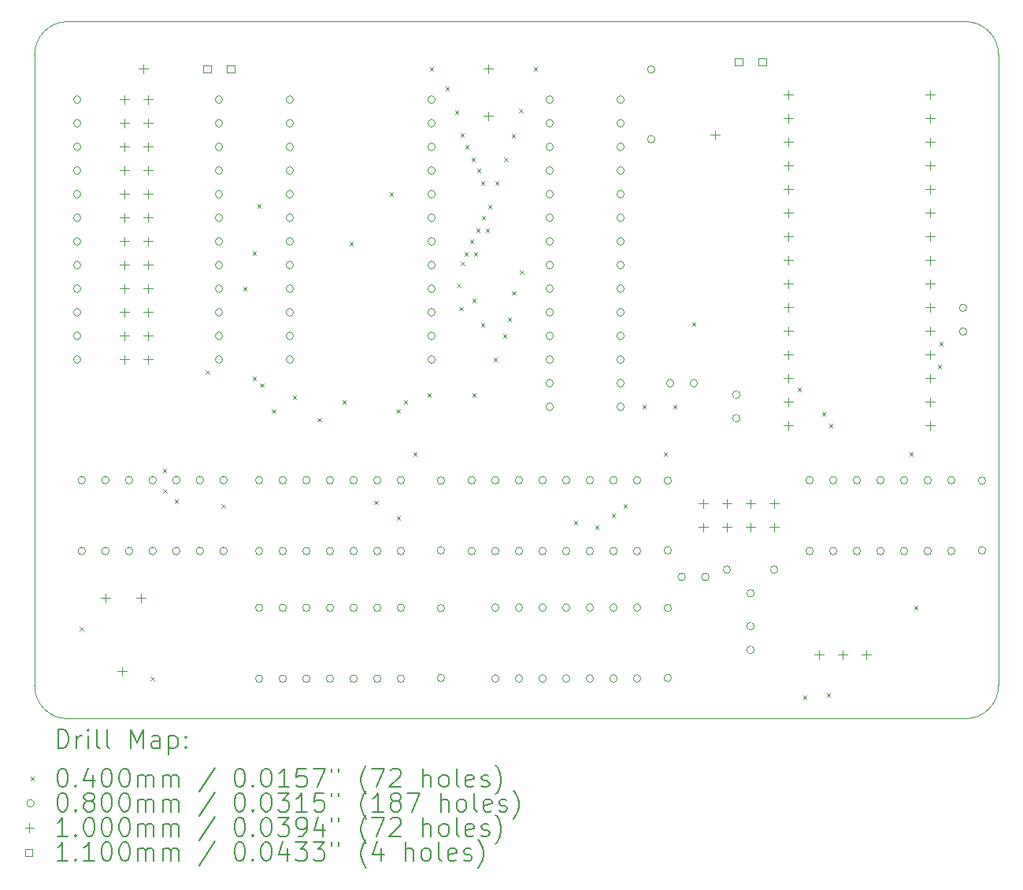
<source format=gbr>
%FSLAX45Y45*%
G04 Gerber Fmt 4.5, Leading zero omitted, Abs format (unit mm)*
G04 Created by KiCad (PCBNEW (6.0.0)) date 2022-11-09 00:09:47*
%MOMM*%
%LPD*%
G01*
G04 APERTURE LIST*
%TA.AperFunction,Profile*%
%ADD10C,0.100000*%
%TD*%
%ADD11C,0.200000*%
%ADD12C,0.040000*%
%ADD13C,0.080000*%
%ADD14C,0.100000*%
%ADD15C,0.110000*%
G04 APERTURE END LIST*
D10*
X8458200Y-9728200D02*
X8458200Y-9906000D01*
X18465800Y-16865600D02*
G75*
G03*
X18821400Y-16510000I0J355600D01*
G01*
X8458200Y-12344400D02*
X8458200Y-14681200D01*
X18465800Y-16865600D02*
X9855200Y-16865600D01*
X17805400Y-9372600D02*
X18465800Y-9372600D01*
X8458200Y-16510000D02*
X8458200Y-14681200D01*
X8813800Y-16865600D02*
X9855200Y-16865600D01*
X8813800Y-9372600D02*
X17805400Y-9372600D01*
X18821400Y-16510000D02*
X18821400Y-9728200D01*
X18821400Y-9728200D02*
G75*
G03*
X18465800Y-9372600I-355600J0D01*
G01*
X8813800Y-9372600D02*
G75*
G03*
X8458200Y-9728200I0J-355600D01*
G01*
X8458200Y-12344400D02*
X8458200Y-9906000D01*
X8458200Y-16510000D02*
G75*
G03*
X8813800Y-16865600I355600J0D01*
G01*
D11*
D12*
X8944700Y-15878900D02*
X8984700Y-15918900D01*
X8984700Y-15878900D02*
X8944700Y-15918900D01*
X9706700Y-16412300D02*
X9746700Y-16452300D01*
X9746700Y-16412300D02*
X9706700Y-16452300D01*
X9835200Y-14178600D02*
X9875200Y-14218600D01*
X9875200Y-14178600D02*
X9835200Y-14218600D01*
X9841249Y-14401151D02*
X9881249Y-14441151D01*
X9881249Y-14401151D02*
X9841249Y-14441151D01*
X9962200Y-14508800D02*
X10002200Y-14548800D01*
X10002200Y-14508800D02*
X9962200Y-14548800D01*
X10299449Y-13118849D02*
X10339449Y-13158849D01*
X10339449Y-13118849D02*
X10299449Y-13158849D01*
X10468700Y-14558100D02*
X10508700Y-14598100D01*
X10508700Y-14558100D02*
X10468700Y-14598100D01*
X10698800Y-12222800D02*
X10738800Y-12262800D01*
X10738800Y-12222800D02*
X10698800Y-12262800D01*
X10800400Y-11841800D02*
X10840400Y-11881800D01*
X10840400Y-11841800D02*
X10800400Y-11881800D01*
X10800400Y-13188000D02*
X10840400Y-13228000D01*
X10840400Y-13188000D02*
X10800400Y-13228000D01*
X10851200Y-11333800D02*
X10891200Y-11373800D01*
X10891200Y-11333800D02*
X10851200Y-11373800D01*
X10880351Y-13260449D02*
X10920351Y-13300449D01*
X10920351Y-13260449D02*
X10880351Y-13300449D01*
X11007351Y-13539849D02*
X11047351Y-13579849D01*
X11047351Y-13539849D02*
X11007351Y-13579849D01*
X11232200Y-13391200D02*
X11272200Y-13431200D01*
X11272200Y-13391200D02*
X11232200Y-13431200D01*
X11498900Y-13632500D02*
X11538900Y-13672500D01*
X11538900Y-13632500D02*
X11498900Y-13672500D01*
X11765600Y-13442000D02*
X11805600Y-13482000D01*
X11805600Y-13442000D02*
X11765600Y-13482000D01*
X11841800Y-11740200D02*
X11881800Y-11780200D01*
X11881800Y-11740200D02*
X11841800Y-11780200D01*
X12108055Y-14521055D02*
X12148055Y-14561055D01*
X12148055Y-14521055D02*
X12108055Y-14561055D01*
X12273600Y-11206800D02*
X12313600Y-11246800D01*
X12313600Y-11206800D02*
X12273600Y-11246800D01*
X12346049Y-13539849D02*
X12386049Y-13579849D01*
X12386049Y-13539849D02*
X12346049Y-13579849D01*
X12349800Y-14686600D02*
X12389800Y-14726600D01*
X12389800Y-14686600D02*
X12349800Y-14726600D01*
X12426000Y-13442000D02*
X12466000Y-13482000D01*
X12466000Y-13442000D02*
X12426000Y-13482000D01*
X12527600Y-14000800D02*
X12567600Y-14040800D01*
X12567600Y-14000800D02*
X12527600Y-14040800D01*
X12680000Y-13365800D02*
X12720000Y-13405800D01*
X12720000Y-13365800D02*
X12680000Y-13405800D01*
X12705400Y-9860600D02*
X12745400Y-9900600D01*
X12745400Y-9860600D02*
X12705400Y-9900600D01*
X12876151Y-10070849D02*
X12916151Y-10110849D01*
X12916151Y-10070849D02*
X12876151Y-10110849D01*
X12977751Y-10324849D02*
X13017751Y-10364849D01*
X13017751Y-10324849D02*
X12977751Y-10364849D01*
X12994960Y-12187240D02*
X13034960Y-12227240D01*
X13034960Y-12187240D02*
X12994960Y-12227240D01*
X13022900Y-12438700D02*
X13062900Y-12478700D01*
X13062900Y-12438700D02*
X13022900Y-12478700D01*
X13035600Y-10571800D02*
X13075600Y-10611800D01*
X13075600Y-10571800D02*
X13035600Y-10611800D01*
X13041950Y-11954830D02*
X13081950Y-11994830D01*
X13081950Y-11954830D02*
X13041950Y-11994830D01*
X13079351Y-11848849D02*
X13119351Y-11888849D01*
X13119351Y-11848849D02*
X13079351Y-11888849D01*
X13086400Y-10698800D02*
X13126400Y-10738800D01*
X13126400Y-10698800D02*
X13086400Y-10738800D01*
X13137200Y-11714800D02*
X13177200Y-11754800D01*
X13177200Y-11714800D02*
X13137200Y-11754800D01*
X13155551Y-10832849D02*
X13195551Y-10872849D01*
X13195551Y-10832849D02*
X13155551Y-10872849D01*
X13162600Y-12349800D02*
X13202600Y-12389800D01*
X13202600Y-12349800D02*
X13162600Y-12389800D01*
X13162600Y-13365800D02*
X13202600Y-13405800D01*
X13202600Y-13365800D02*
X13162600Y-13405800D01*
X13180951Y-11848849D02*
X13220951Y-11888849D01*
X13220951Y-11848849D02*
X13180951Y-11888849D01*
X13206351Y-11594849D02*
X13246351Y-11634849D01*
X13246351Y-11594849D02*
X13206351Y-11634849D01*
X13213400Y-10952800D02*
X13253400Y-10992800D01*
X13253400Y-10952800D02*
X13213400Y-10992800D01*
X13257151Y-11086849D02*
X13297151Y-11126849D01*
X13297151Y-11086849D02*
X13257151Y-11126849D01*
X13257151Y-12610849D02*
X13297151Y-12650849D01*
X13297151Y-12610849D02*
X13257151Y-12650849D01*
X13264200Y-11460800D02*
X13304200Y-11500800D01*
X13304200Y-11460800D02*
X13264200Y-11500800D01*
X13307951Y-11594849D02*
X13347951Y-11634849D01*
X13347951Y-11594849D02*
X13307951Y-11634849D01*
X13333351Y-11340849D02*
X13373351Y-11380849D01*
X13373351Y-11340849D02*
X13333351Y-11380849D01*
X13391200Y-12984800D02*
X13431200Y-13024800D01*
X13431200Y-12984800D02*
X13391200Y-13024800D01*
X13409551Y-11086849D02*
X13449551Y-11126849D01*
X13449551Y-11086849D02*
X13409551Y-11126849D01*
X13492800Y-12730800D02*
X13532800Y-12770800D01*
X13532800Y-12730800D02*
X13492800Y-12770800D01*
X13507806Y-10836194D02*
X13547806Y-10876194D01*
X13547806Y-10836194D02*
X13507806Y-10876194D01*
X13543600Y-12553000D02*
X13583600Y-12593000D01*
X13583600Y-12553000D02*
X13543600Y-12593000D01*
X13587351Y-10578849D02*
X13627351Y-10618849D01*
X13627351Y-10578849D02*
X13587351Y-10618849D01*
X13590531Y-12269849D02*
X13630531Y-12309849D01*
X13630531Y-12269849D02*
X13590531Y-12309849D01*
X13667489Y-10310751D02*
X13707489Y-10350751D01*
X13707489Y-10310751D02*
X13667489Y-10350751D01*
X13677783Y-12042897D02*
X13717783Y-12082897D01*
X13717783Y-12042897D02*
X13677783Y-12082897D01*
X13823000Y-9860600D02*
X13863000Y-9900600D01*
X13863000Y-9860600D02*
X13823000Y-9900600D01*
X14254800Y-14737400D02*
X14294800Y-14777400D01*
X14294800Y-14737400D02*
X14254800Y-14777400D01*
X14483400Y-14788200D02*
X14523400Y-14828200D01*
X14523400Y-14788200D02*
X14483400Y-14828200D01*
X14661200Y-14661200D02*
X14701200Y-14701200D01*
X14701200Y-14661200D02*
X14661200Y-14701200D01*
X14788200Y-14559600D02*
X14828200Y-14599600D01*
X14828200Y-14559600D02*
X14788200Y-14599600D01*
X14991400Y-13492800D02*
X15031400Y-13532800D01*
X15031400Y-13492800D02*
X14991400Y-13532800D01*
X15220000Y-14000800D02*
X15260000Y-14040800D01*
X15260000Y-14000800D02*
X15220000Y-14040800D01*
X15321600Y-13492800D02*
X15361600Y-13532800D01*
X15361600Y-13492800D02*
X15321600Y-13532800D01*
X15524800Y-12603800D02*
X15564800Y-12643800D01*
X15564800Y-12603800D02*
X15524800Y-12643800D01*
X16660751Y-13307951D02*
X16700751Y-13347951D01*
X16700751Y-13307951D02*
X16660751Y-13347951D01*
X16718600Y-16617000D02*
X16758600Y-16657000D01*
X16758600Y-16617000D02*
X16718600Y-16657000D01*
X16921800Y-13569000D02*
X16961800Y-13609000D01*
X16961800Y-13569000D02*
X16921800Y-13609000D01*
X16972600Y-16591600D02*
X17012600Y-16631600D01*
X17012600Y-16591600D02*
X16972600Y-16631600D01*
X16998000Y-13696000D02*
X17038000Y-13736000D01*
X17038000Y-13696000D02*
X16998000Y-13736000D01*
X17861600Y-14000800D02*
X17901600Y-14040800D01*
X17901600Y-14000800D02*
X17861600Y-14040800D01*
X17912400Y-15651800D02*
X17952400Y-15691800D01*
X17952400Y-15651800D02*
X17912400Y-15691800D01*
X18166400Y-13061000D02*
X18206400Y-13101000D01*
X18206400Y-13061000D02*
X18166400Y-13101000D01*
X18184751Y-12814049D02*
X18224751Y-12854049D01*
X18224751Y-12814049D02*
X18184751Y-12854049D01*
D13*
X8955400Y-10210800D02*
G75*
G03*
X8955400Y-10210800I-40000J0D01*
G01*
X8955400Y-10464800D02*
G75*
G03*
X8955400Y-10464800I-40000J0D01*
G01*
X8955400Y-10718800D02*
G75*
G03*
X8955400Y-10718800I-40000J0D01*
G01*
X8955400Y-10972800D02*
G75*
G03*
X8955400Y-10972800I-40000J0D01*
G01*
X8955400Y-11226800D02*
G75*
G03*
X8955400Y-11226800I-40000J0D01*
G01*
X8955400Y-11480800D02*
G75*
G03*
X8955400Y-11480800I-40000J0D01*
G01*
X8955400Y-11734800D02*
G75*
G03*
X8955400Y-11734800I-40000J0D01*
G01*
X8955400Y-11988800D02*
G75*
G03*
X8955400Y-11988800I-40000J0D01*
G01*
X8955400Y-12242800D02*
G75*
G03*
X8955400Y-12242800I-40000J0D01*
G01*
X8955400Y-12496800D02*
G75*
G03*
X8955400Y-12496800I-40000J0D01*
G01*
X8955400Y-12750800D02*
G75*
G03*
X8955400Y-12750800I-40000J0D01*
G01*
X8955400Y-13004800D02*
G75*
G03*
X8955400Y-13004800I-40000J0D01*
G01*
X9004700Y-14301200D02*
G75*
G03*
X9004700Y-14301200I-40000J0D01*
G01*
X9004700Y-15063200D02*
G75*
G03*
X9004700Y-15063200I-40000J0D01*
G01*
X9258700Y-14301200D02*
G75*
G03*
X9258700Y-14301200I-40000J0D01*
G01*
X9258700Y-15063200D02*
G75*
G03*
X9258700Y-15063200I-40000J0D01*
G01*
X9512700Y-14301200D02*
G75*
G03*
X9512700Y-14301200I-40000J0D01*
G01*
X9512700Y-15063200D02*
G75*
G03*
X9512700Y-15063200I-40000J0D01*
G01*
X9766700Y-14301200D02*
G75*
G03*
X9766700Y-14301200I-40000J0D01*
G01*
X9766700Y-15063200D02*
G75*
G03*
X9766700Y-15063200I-40000J0D01*
G01*
X10020700Y-14301200D02*
G75*
G03*
X10020700Y-14301200I-40000J0D01*
G01*
X10020700Y-15063200D02*
G75*
G03*
X10020700Y-15063200I-40000J0D01*
G01*
X10274700Y-14301200D02*
G75*
G03*
X10274700Y-14301200I-40000J0D01*
G01*
X10274700Y-15063200D02*
G75*
G03*
X10274700Y-15063200I-40000J0D01*
G01*
X10479400Y-10210800D02*
G75*
G03*
X10479400Y-10210800I-40000J0D01*
G01*
X10479400Y-10464800D02*
G75*
G03*
X10479400Y-10464800I-40000J0D01*
G01*
X10479400Y-10718800D02*
G75*
G03*
X10479400Y-10718800I-40000J0D01*
G01*
X10479400Y-10972800D02*
G75*
G03*
X10479400Y-10972800I-40000J0D01*
G01*
X10479400Y-11226800D02*
G75*
G03*
X10479400Y-11226800I-40000J0D01*
G01*
X10479400Y-11480800D02*
G75*
G03*
X10479400Y-11480800I-40000J0D01*
G01*
X10479400Y-11734800D02*
G75*
G03*
X10479400Y-11734800I-40000J0D01*
G01*
X10479400Y-11988800D02*
G75*
G03*
X10479400Y-11988800I-40000J0D01*
G01*
X10479400Y-12242800D02*
G75*
G03*
X10479400Y-12242800I-40000J0D01*
G01*
X10479400Y-12496800D02*
G75*
G03*
X10479400Y-12496800I-40000J0D01*
G01*
X10479400Y-12750800D02*
G75*
G03*
X10479400Y-12750800I-40000J0D01*
G01*
X10479400Y-13004800D02*
G75*
G03*
X10479400Y-13004800I-40000J0D01*
G01*
X10528700Y-14301200D02*
G75*
G03*
X10528700Y-14301200I-40000J0D01*
G01*
X10528700Y-15063200D02*
G75*
G03*
X10528700Y-15063200I-40000J0D01*
G01*
X10911700Y-14301200D02*
G75*
G03*
X10911700Y-14301200I-40000J0D01*
G01*
X10911700Y-15063200D02*
G75*
G03*
X10911700Y-15063200I-40000J0D01*
G01*
X10911700Y-15672800D02*
G75*
G03*
X10911700Y-15672800I-40000J0D01*
G01*
X10911700Y-16434800D02*
G75*
G03*
X10911700Y-16434800I-40000J0D01*
G01*
X11165700Y-14301200D02*
G75*
G03*
X11165700Y-14301200I-40000J0D01*
G01*
X11165700Y-15063200D02*
G75*
G03*
X11165700Y-15063200I-40000J0D01*
G01*
X11165700Y-15672800D02*
G75*
G03*
X11165700Y-15672800I-40000J0D01*
G01*
X11165700Y-16434800D02*
G75*
G03*
X11165700Y-16434800I-40000J0D01*
G01*
X11241400Y-10210800D02*
G75*
G03*
X11241400Y-10210800I-40000J0D01*
G01*
X11241400Y-10464800D02*
G75*
G03*
X11241400Y-10464800I-40000J0D01*
G01*
X11241400Y-10718800D02*
G75*
G03*
X11241400Y-10718800I-40000J0D01*
G01*
X11241400Y-10972800D02*
G75*
G03*
X11241400Y-10972800I-40000J0D01*
G01*
X11241400Y-11226800D02*
G75*
G03*
X11241400Y-11226800I-40000J0D01*
G01*
X11241400Y-11480800D02*
G75*
G03*
X11241400Y-11480800I-40000J0D01*
G01*
X11241400Y-11734800D02*
G75*
G03*
X11241400Y-11734800I-40000J0D01*
G01*
X11241400Y-11988800D02*
G75*
G03*
X11241400Y-11988800I-40000J0D01*
G01*
X11241400Y-12242800D02*
G75*
G03*
X11241400Y-12242800I-40000J0D01*
G01*
X11241400Y-12496800D02*
G75*
G03*
X11241400Y-12496800I-40000J0D01*
G01*
X11241400Y-12750800D02*
G75*
G03*
X11241400Y-12750800I-40000J0D01*
G01*
X11241400Y-13004800D02*
G75*
G03*
X11241400Y-13004800I-40000J0D01*
G01*
X11419700Y-14301200D02*
G75*
G03*
X11419700Y-14301200I-40000J0D01*
G01*
X11419700Y-15063200D02*
G75*
G03*
X11419700Y-15063200I-40000J0D01*
G01*
X11419700Y-15672800D02*
G75*
G03*
X11419700Y-15672800I-40000J0D01*
G01*
X11419700Y-16434800D02*
G75*
G03*
X11419700Y-16434800I-40000J0D01*
G01*
X11673700Y-14301200D02*
G75*
G03*
X11673700Y-14301200I-40000J0D01*
G01*
X11673700Y-15063200D02*
G75*
G03*
X11673700Y-15063200I-40000J0D01*
G01*
X11673700Y-15672800D02*
G75*
G03*
X11673700Y-15672800I-40000J0D01*
G01*
X11673700Y-16434800D02*
G75*
G03*
X11673700Y-16434800I-40000J0D01*
G01*
X11927700Y-14301200D02*
G75*
G03*
X11927700Y-14301200I-40000J0D01*
G01*
X11927700Y-15063200D02*
G75*
G03*
X11927700Y-15063200I-40000J0D01*
G01*
X11927700Y-15672800D02*
G75*
G03*
X11927700Y-15672800I-40000J0D01*
G01*
X11927700Y-16434800D02*
G75*
G03*
X11927700Y-16434800I-40000J0D01*
G01*
X12181700Y-14301200D02*
G75*
G03*
X12181700Y-14301200I-40000J0D01*
G01*
X12181700Y-15063200D02*
G75*
G03*
X12181700Y-15063200I-40000J0D01*
G01*
X12181700Y-15672800D02*
G75*
G03*
X12181700Y-15672800I-40000J0D01*
G01*
X12181700Y-16434800D02*
G75*
G03*
X12181700Y-16434800I-40000J0D01*
G01*
X12435700Y-14301200D02*
G75*
G03*
X12435700Y-14301200I-40000J0D01*
G01*
X12435700Y-15063200D02*
G75*
G03*
X12435700Y-15063200I-40000J0D01*
G01*
X12435700Y-15672800D02*
G75*
G03*
X12435700Y-15672800I-40000J0D01*
G01*
X12435700Y-16434800D02*
G75*
G03*
X12435700Y-16434800I-40000J0D01*
G01*
X12765400Y-10210800D02*
G75*
G03*
X12765400Y-10210800I-40000J0D01*
G01*
X12765400Y-10464800D02*
G75*
G03*
X12765400Y-10464800I-40000J0D01*
G01*
X12765400Y-10718800D02*
G75*
G03*
X12765400Y-10718800I-40000J0D01*
G01*
X12765400Y-10972800D02*
G75*
G03*
X12765400Y-10972800I-40000J0D01*
G01*
X12765400Y-11226800D02*
G75*
G03*
X12765400Y-11226800I-40000J0D01*
G01*
X12765400Y-11480800D02*
G75*
G03*
X12765400Y-11480800I-40000J0D01*
G01*
X12765400Y-11734800D02*
G75*
G03*
X12765400Y-11734800I-40000J0D01*
G01*
X12765400Y-11988800D02*
G75*
G03*
X12765400Y-11988800I-40000J0D01*
G01*
X12765400Y-12242800D02*
G75*
G03*
X12765400Y-12242800I-40000J0D01*
G01*
X12765400Y-12496800D02*
G75*
G03*
X12765400Y-12496800I-40000J0D01*
G01*
X12765400Y-12750800D02*
G75*
G03*
X12765400Y-12750800I-40000J0D01*
G01*
X12765400Y-13004800D02*
G75*
G03*
X12765400Y-13004800I-40000J0D01*
G01*
X12867000Y-14306200D02*
G75*
G03*
X12867000Y-14306200I-40000J0D01*
G01*
X12867000Y-15056200D02*
G75*
G03*
X12867000Y-15056200I-40000J0D01*
G01*
X12867000Y-15677800D02*
G75*
G03*
X12867000Y-15677800I-40000J0D01*
G01*
X12867000Y-16427800D02*
G75*
G03*
X12867000Y-16427800I-40000J0D01*
G01*
X13197200Y-14301200D02*
G75*
G03*
X13197200Y-14301200I-40000J0D01*
G01*
X13197200Y-15063200D02*
G75*
G03*
X13197200Y-15063200I-40000J0D01*
G01*
X13451200Y-14301200D02*
G75*
G03*
X13451200Y-14301200I-40000J0D01*
G01*
X13451200Y-15063200D02*
G75*
G03*
X13451200Y-15063200I-40000J0D01*
G01*
X13451200Y-15671800D02*
G75*
G03*
X13451200Y-15671800I-40000J0D01*
G01*
X13451200Y-16433800D02*
G75*
G03*
X13451200Y-16433800I-40000J0D01*
G01*
X13705200Y-14301200D02*
G75*
G03*
X13705200Y-14301200I-40000J0D01*
G01*
X13705200Y-15063200D02*
G75*
G03*
X13705200Y-15063200I-40000J0D01*
G01*
X13705200Y-15671800D02*
G75*
G03*
X13705200Y-15671800I-40000J0D01*
G01*
X13705200Y-16433800D02*
G75*
G03*
X13705200Y-16433800I-40000J0D01*
G01*
X13959200Y-14301200D02*
G75*
G03*
X13959200Y-14301200I-40000J0D01*
G01*
X13959200Y-15063200D02*
G75*
G03*
X13959200Y-15063200I-40000J0D01*
G01*
X13959200Y-15671800D02*
G75*
G03*
X13959200Y-15671800I-40000J0D01*
G01*
X13959200Y-16433800D02*
G75*
G03*
X13959200Y-16433800I-40000J0D01*
G01*
X14035400Y-10210800D02*
G75*
G03*
X14035400Y-10210800I-40000J0D01*
G01*
X14035400Y-10464800D02*
G75*
G03*
X14035400Y-10464800I-40000J0D01*
G01*
X14035400Y-10718800D02*
G75*
G03*
X14035400Y-10718800I-40000J0D01*
G01*
X14035400Y-10972800D02*
G75*
G03*
X14035400Y-10972800I-40000J0D01*
G01*
X14035400Y-11226800D02*
G75*
G03*
X14035400Y-11226800I-40000J0D01*
G01*
X14035400Y-11480800D02*
G75*
G03*
X14035400Y-11480800I-40000J0D01*
G01*
X14035400Y-11734800D02*
G75*
G03*
X14035400Y-11734800I-40000J0D01*
G01*
X14035400Y-11988800D02*
G75*
G03*
X14035400Y-11988800I-40000J0D01*
G01*
X14035400Y-12242800D02*
G75*
G03*
X14035400Y-12242800I-40000J0D01*
G01*
X14035400Y-12496800D02*
G75*
G03*
X14035400Y-12496800I-40000J0D01*
G01*
X14035400Y-12750800D02*
G75*
G03*
X14035400Y-12750800I-40000J0D01*
G01*
X14035400Y-13004800D02*
G75*
G03*
X14035400Y-13004800I-40000J0D01*
G01*
X14035400Y-13258800D02*
G75*
G03*
X14035400Y-13258800I-40000J0D01*
G01*
X14035400Y-13512800D02*
G75*
G03*
X14035400Y-13512800I-40000J0D01*
G01*
X14213200Y-14301200D02*
G75*
G03*
X14213200Y-14301200I-40000J0D01*
G01*
X14213200Y-15063200D02*
G75*
G03*
X14213200Y-15063200I-40000J0D01*
G01*
X14213200Y-15671800D02*
G75*
G03*
X14213200Y-15671800I-40000J0D01*
G01*
X14213200Y-16433800D02*
G75*
G03*
X14213200Y-16433800I-40000J0D01*
G01*
X14467200Y-14301200D02*
G75*
G03*
X14467200Y-14301200I-40000J0D01*
G01*
X14467200Y-15063200D02*
G75*
G03*
X14467200Y-15063200I-40000J0D01*
G01*
X14467200Y-15671800D02*
G75*
G03*
X14467200Y-15671800I-40000J0D01*
G01*
X14467200Y-16433800D02*
G75*
G03*
X14467200Y-16433800I-40000J0D01*
G01*
X14721200Y-14301200D02*
G75*
G03*
X14721200Y-14301200I-40000J0D01*
G01*
X14721200Y-15063200D02*
G75*
G03*
X14721200Y-15063200I-40000J0D01*
G01*
X14721200Y-15671800D02*
G75*
G03*
X14721200Y-15671800I-40000J0D01*
G01*
X14721200Y-16433800D02*
G75*
G03*
X14721200Y-16433800I-40000J0D01*
G01*
X14797400Y-10210800D02*
G75*
G03*
X14797400Y-10210800I-40000J0D01*
G01*
X14797400Y-10464800D02*
G75*
G03*
X14797400Y-10464800I-40000J0D01*
G01*
X14797400Y-10718800D02*
G75*
G03*
X14797400Y-10718800I-40000J0D01*
G01*
X14797400Y-10972800D02*
G75*
G03*
X14797400Y-10972800I-40000J0D01*
G01*
X14797400Y-11226800D02*
G75*
G03*
X14797400Y-11226800I-40000J0D01*
G01*
X14797400Y-11480800D02*
G75*
G03*
X14797400Y-11480800I-40000J0D01*
G01*
X14797400Y-11734800D02*
G75*
G03*
X14797400Y-11734800I-40000J0D01*
G01*
X14797400Y-11988800D02*
G75*
G03*
X14797400Y-11988800I-40000J0D01*
G01*
X14797400Y-12242800D02*
G75*
G03*
X14797400Y-12242800I-40000J0D01*
G01*
X14797400Y-12496800D02*
G75*
G03*
X14797400Y-12496800I-40000J0D01*
G01*
X14797400Y-12750800D02*
G75*
G03*
X14797400Y-12750800I-40000J0D01*
G01*
X14797400Y-13004800D02*
G75*
G03*
X14797400Y-13004800I-40000J0D01*
G01*
X14797400Y-13258800D02*
G75*
G03*
X14797400Y-13258800I-40000J0D01*
G01*
X14797400Y-13512800D02*
G75*
G03*
X14797400Y-13512800I-40000J0D01*
G01*
X14975200Y-14301200D02*
G75*
G03*
X14975200Y-14301200I-40000J0D01*
G01*
X14975200Y-15063200D02*
G75*
G03*
X14975200Y-15063200I-40000J0D01*
G01*
X14975200Y-15671800D02*
G75*
G03*
X14975200Y-15671800I-40000J0D01*
G01*
X14975200Y-16433800D02*
G75*
G03*
X14975200Y-16433800I-40000J0D01*
G01*
X15127600Y-9886600D02*
G75*
G03*
X15127600Y-9886600I-40000J0D01*
G01*
X15127600Y-10636600D02*
G75*
G03*
X15127600Y-10636600I-40000J0D01*
G01*
X15304900Y-15676800D02*
G75*
G03*
X15304900Y-15676800I-40000J0D01*
G01*
X15304900Y-16426800D02*
G75*
G03*
X15304900Y-16426800I-40000J0D01*
G01*
X15305400Y-14306200D02*
G75*
G03*
X15305400Y-14306200I-40000J0D01*
G01*
X15305400Y-15056200D02*
G75*
G03*
X15305400Y-15056200I-40000J0D01*
G01*
X15330800Y-13258800D02*
G75*
G03*
X15330800Y-13258800I-40000J0D01*
G01*
X15454900Y-15341600D02*
G75*
G03*
X15454900Y-15341600I-40000J0D01*
G01*
X15584800Y-13258800D02*
G75*
G03*
X15584800Y-13258800I-40000J0D01*
G01*
X15708900Y-15341600D02*
G75*
G03*
X15708900Y-15341600I-40000J0D01*
G01*
X15940400Y-15264600D02*
G75*
G03*
X15940400Y-15264600I-40000J0D01*
G01*
X16042000Y-13382900D02*
G75*
G03*
X16042000Y-13382900I-40000J0D01*
G01*
X16042000Y-13636900D02*
G75*
G03*
X16042000Y-13636900I-40000J0D01*
G01*
X16194400Y-15518600D02*
G75*
G03*
X16194400Y-15518600I-40000J0D01*
G01*
X16194400Y-15872100D02*
G75*
G03*
X16194400Y-15872100I-40000J0D01*
G01*
X16194400Y-16126100D02*
G75*
G03*
X16194400Y-16126100I-40000J0D01*
G01*
X16448400Y-15264600D02*
G75*
G03*
X16448400Y-15264600I-40000J0D01*
G01*
X16829900Y-14301200D02*
G75*
G03*
X16829900Y-14301200I-40000J0D01*
G01*
X16829900Y-15063200D02*
G75*
G03*
X16829900Y-15063200I-40000J0D01*
G01*
X17083900Y-14301200D02*
G75*
G03*
X17083900Y-14301200I-40000J0D01*
G01*
X17083900Y-15063200D02*
G75*
G03*
X17083900Y-15063200I-40000J0D01*
G01*
X17337900Y-14301200D02*
G75*
G03*
X17337900Y-14301200I-40000J0D01*
G01*
X17337900Y-15063200D02*
G75*
G03*
X17337900Y-15063200I-40000J0D01*
G01*
X17591900Y-14301200D02*
G75*
G03*
X17591900Y-14301200I-40000J0D01*
G01*
X17591900Y-15063200D02*
G75*
G03*
X17591900Y-15063200I-40000J0D01*
G01*
X17845900Y-14301200D02*
G75*
G03*
X17845900Y-14301200I-40000J0D01*
G01*
X17845900Y-15063200D02*
G75*
G03*
X17845900Y-15063200I-40000J0D01*
G01*
X18099900Y-14301200D02*
G75*
G03*
X18099900Y-14301200I-40000J0D01*
G01*
X18099900Y-15063200D02*
G75*
G03*
X18099900Y-15063200I-40000J0D01*
G01*
X18353900Y-14301200D02*
G75*
G03*
X18353900Y-14301200I-40000J0D01*
G01*
X18353900Y-15063200D02*
G75*
G03*
X18353900Y-15063200I-40000J0D01*
G01*
X18480400Y-12448900D02*
G75*
G03*
X18480400Y-12448900I-40000J0D01*
G01*
X18480400Y-12702900D02*
G75*
G03*
X18480400Y-12702900I-40000J0D01*
G01*
X18683600Y-14306200D02*
G75*
G03*
X18683600Y-14306200I-40000J0D01*
G01*
X18683600Y-15056200D02*
G75*
G03*
X18683600Y-15056200I-40000J0D01*
G01*
D14*
X9220200Y-15520200D02*
X9220200Y-15620200D01*
X9170200Y-15570200D02*
X9270200Y-15570200D01*
X9398000Y-16307600D02*
X9398000Y-16407600D01*
X9348000Y-16357600D02*
X9448000Y-16357600D01*
X9423400Y-10160800D02*
X9423400Y-10260800D01*
X9373400Y-10210800D02*
X9473400Y-10210800D01*
X9423400Y-10414800D02*
X9423400Y-10514800D01*
X9373400Y-10464800D02*
X9473400Y-10464800D01*
X9423400Y-10668800D02*
X9423400Y-10768800D01*
X9373400Y-10718800D02*
X9473400Y-10718800D01*
X9423400Y-10922800D02*
X9423400Y-11022800D01*
X9373400Y-10972800D02*
X9473400Y-10972800D01*
X9423400Y-11176800D02*
X9423400Y-11276800D01*
X9373400Y-11226800D02*
X9473400Y-11226800D01*
X9423400Y-11430800D02*
X9423400Y-11530800D01*
X9373400Y-11480800D02*
X9473400Y-11480800D01*
X9423400Y-11684800D02*
X9423400Y-11784800D01*
X9373400Y-11734800D02*
X9473400Y-11734800D01*
X9423400Y-11938800D02*
X9423400Y-12038800D01*
X9373400Y-11988800D02*
X9473400Y-11988800D01*
X9423400Y-12192800D02*
X9423400Y-12292800D01*
X9373400Y-12242800D02*
X9473400Y-12242800D01*
X9423400Y-12446800D02*
X9423400Y-12546800D01*
X9373400Y-12496800D02*
X9473400Y-12496800D01*
X9423400Y-12700800D02*
X9423400Y-12800800D01*
X9373400Y-12750800D02*
X9473400Y-12750800D01*
X9423400Y-12954800D02*
X9423400Y-13054800D01*
X9373400Y-13004800D02*
X9473400Y-13004800D01*
X9601200Y-15520200D02*
X9601200Y-15620200D01*
X9551200Y-15570200D02*
X9651200Y-15570200D01*
X9626600Y-9830600D02*
X9626600Y-9930600D01*
X9576600Y-9880600D02*
X9676600Y-9880600D01*
X9677400Y-10160800D02*
X9677400Y-10260800D01*
X9627400Y-10210800D02*
X9727400Y-10210800D01*
X9677400Y-10414800D02*
X9677400Y-10514800D01*
X9627400Y-10464800D02*
X9727400Y-10464800D01*
X9677400Y-10668800D02*
X9677400Y-10768800D01*
X9627400Y-10718800D02*
X9727400Y-10718800D01*
X9677400Y-10922800D02*
X9677400Y-11022800D01*
X9627400Y-10972800D02*
X9727400Y-10972800D01*
X9677400Y-11176800D02*
X9677400Y-11276800D01*
X9627400Y-11226800D02*
X9727400Y-11226800D01*
X9677400Y-11430800D02*
X9677400Y-11530800D01*
X9627400Y-11480800D02*
X9727400Y-11480800D01*
X9677400Y-11684800D02*
X9677400Y-11784800D01*
X9627400Y-11734800D02*
X9727400Y-11734800D01*
X9677400Y-11938800D02*
X9677400Y-12038800D01*
X9627400Y-11988800D02*
X9727400Y-11988800D01*
X9677400Y-12192800D02*
X9677400Y-12292800D01*
X9627400Y-12242800D02*
X9727400Y-12242800D01*
X9677400Y-12446800D02*
X9677400Y-12546800D01*
X9627400Y-12496800D02*
X9727400Y-12496800D01*
X9677400Y-12700800D02*
X9677400Y-12800800D01*
X9627400Y-12750800D02*
X9727400Y-12750800D01*
X9677400Y-12954800D02*
X9677400Y-13054800D01*
X9627400Y-13004800D02*
X9727400Y-13004800D01*
X13335000Y-9830600D02*
X13335000Y-9930600D01*
X13285000Y-9880600D02*
X13385000Y-9880600D01*
X13335000Y-10338600D02*
X13335000Y-10438600D01*
X13285000Y-10388600D02*
X13385000Y-10388600D01*
X15645400Y-14503700D02*
X15645400Y-14603700D01*
X15595400Y-14553700D02*
X15695400Y-14553700D01*
X15645400Y-14757700D02*
X15645400Y-14857700D01*
X15595400Y-14807700D02*
X15695400Y-14807700D01*
X15773400Y-10541800D02*
X15773400Y-10641800D01*
X15723400Y-10591800D02*
X15823400Y-10591800D01*
X15899400Y-14503700D02*
X15899400Y-14603700D01*
X15849400Y-14553700D02*
X15949400Y-14553700D01*
X15899400Y-14757700D02*
X15899400Y-14857700D01*
X15849400Y-14807700D02*
X15949400Y-14807700D01*
X16153400Y-14503700D02*
X16153400Y-14603700D01*
X16103400Y-14553700D02*
X16203400Y-14553700D01*
X16153400Y-14757700D02*
X16153400Y-14857700D01*
X16103400Y-14807700D02*
X16203400Y-14807700D01*
X16407400Y-14503700D02*
X16407400Y-14603700D01*
X16357400Y-14553700D02*
X16457400Y-14553700D01*
X16407400Y-14757700D02*
X16407400Y-14857700D01*
X16357400Y-14807700D02*
X16457400Y-14807700D01*
X16560800Y-10110000D02*
X16560800Y-10210000D01*
X16510800Y-10160000D02*
X16610800Y-10160000D01*
X16560800Y-10364000D02*
X16560800Y-10464000D01*
X16510800Y-10414000D02*
X16610800Y-10414000D01*
X16560800Y-10618000D02*
X16560800Y-10718000D01*
X16510800Y-10668000D02*
X16610800Y-10668000D01*
X16560800Y-10872000D02*
X16560800Y-10972000D01*
X16510800Y-10922000D02*
X16610800Y-10922000D01*
X16560800Y-11126000D02*
X16560800Y-11226000D01*
X16510800Y-11176000D02*
X16610800Y-11176000D01*
X16560800Y-11380000D02*
X16560800Y-11480000D01*
X16510800Y-11430000D02*
X16610800Y-11430000D01*
X16560800Y-11634000D02*
X16560800Y-11734000D01*
X16510800Y-11684000D02*
X16610800Y-11684000D01*
X16560800Y-11888000D02*
X16560800Y-11988000D01*
X16510800Y-11938000D02*
X16610800Y-11938000D01*
X16560800Y-12142000D02*
X16560800Y-12242000D01*
X16510800Y-12192000D02*
X16610800Y-12192000D01*
X16560800Y-12396000D02*
X16560800Y-12496000D01*
X16510800Y-12446000D02*
X16610800Y-12446000D01*
X16560800Y-12650000D02*
X16560800Y-12750000D01*
X16510800Y-12700000D02*
X16610800Y-12700000D01*
X16560800Y-12904000D02*
X16560800Y-13004000D01*
X16510800Y-12954000D02*
X16610800Y-12954000D01*
X16560800Y-13158000D02*
X16560800Y-13258000D01*
X16510800Y-13208000D02*
X16610800Y-13208000D01*
X16560800Y-13412000D02*
X16560800Y-13512000D01*
X16510800Y-13462000D02*
X16610800Y-13462000D01*
X16560800Y-13666000D02*
X16560800Y-13766000D01*
X16510800Y-13716000D02*
X16610800Y-13716000D01*
X16892500Y-16129800D02*
X16892500Y-16229800D01*
X16842500Y-16179800D02*
X16942500Y-16179800D01*
X17146500Y-16129800D02*
X17146500Y-16229800D01*
X17096500Y-16179800D02*
X17196500Y-16179800D01*
X17400500Y-16129800D02*
X17400500Y-16229800D01*
X17350500Y-16179800D02*
X17450500Y-16179800D01*
X18084800Y-10110000D02*
X18084800Y-10210000D01*
X18034800Y-10160000D02*
X18134800Y-10160000D01*
X18084800Y-10364000D02*
X18084800Y-10464000D01*
X18034800Y-10414000D02*
X18134800Y-10414000D01*
X18084800Y-10618000D02*
X18084800Y-10718000D01*
X18034800Y-10668000D02*
X18134800Y-10668000D01*
X18084800Y-10872000D02*
X18084800Y-10972000D01*
X18034800Y-10922000D02*
X18134800Y-10922000D01*
X18084800Y-11126000D02*
X18084800Y-11226000D01*
X18034800Y-11176000D02*
X18134800Y-11176000D01*
X18084800Y-11380000D02*
X18084800Y-11480000D01*
X18034800Y-11430000D02*
X18134800Y-11430000D01*
X18084800Y-11634000D02*
X18084800Y-11734000D01*
X18034800Y-11684000D02*
X18134800Y-11684000D01*
X18084800Y-11888000D02*
X18084800Y-11988000D01*
X18034800Y-11938000D02*
X18134800Y-11938000D01*
X18084800Y-12142000D02*
X18084800Y-12242000D01*
X18034800Y-12192000D02*
X18134800Y-12192000D01*
X18084800Y-12396000D02*
X18084800Y-12496000D01*
X18034800Y-12446000D02*
X18134800Y-12446000D01*
X18084800Y-12650000D02*
X18084800Y-12750000D01*
X18034800Y-12700000D02*
X18134800Y-12700000D01*
X18084800Y-12904000D02*
X18084800Y-13004000D01*
X18034800Y-12954000D02*
X18134800Y-12954000D01*
X18084800Y-13158000D02*
X18084800Y-13258000D01*
X18034800Y-13208000D02*
X18134800Y-13208000D01*
X18084800Y-13412000D02*
X18084800Y-13512000D01*
X18034800Y-13462000D02*
X18134800Y-13462000D01*
X18084800Y-13666000D02*
X18084800Y-13766000D01*
X18034800Y-13716000D02*
X18134800Y-13716000D01*
D15*
X10351291Y-9919491D02*
X10351291Y-9841709D01*
X10273509Y-9841709D01*
X10273509Y-9919491D01*
X10351291Y-9919491D01*
X10605291Y-9919491D02*
X10605291Y-9841709D01*
X10527509Y-9841709D01*
X10527509Y-9919491D01*
X10605291Y-9919491D01*
X16066291Y-9843291D02*
X16066291Y-9765509D01*
X15988509Y-9765509D01*
X15988509Y-9843291D01*
X16066291Y-9843291D01*
X16320291Y-9843291D02*
X16320291Y-9765509D01*
X16242509Y-9765509D01*
X16242509Y-9843291D01*
X16320291Y-9843291D01*
D11*
X8710819Y-17181076D02*
X8710819Y-16981076D01*
X8758438Y-16981076D01*
X8787010Y-16990600D01*
X8806057Y-17009648D01*
X8815581Y-17028695D01*
X8825105Y-17066790D01*
X8825105Y-17095362D01*
X8815581Y-17133457D01*
X8806057Y-17152505D01*
X8787010Y-17171552D01*
X8758438Y-17181076D01*
X8710819Y-17181076D01*
X8910819Y-17181076D02*
X8910819Y-17047743D01*
X8910819Y-17085838D02*
X8920343Y-17066790D01*
X8929867Y-17057267D01*
X8948914Y-17047743D01*
X8967962Y-17047743D01*
X9034629Y-17181076D02*
X9034629Y-17047743D01*
X9034629Y-16981076D02*
X9025105Y-16990600D01*
X9034629Y-17000124D01*
X9044152Y-16990600D01*
X9034629Y-16981076D01*
X9034629Y-17000124D01*
X9158438Y-17181076D02*
X9139390Y-17171552D01*
X9129867Y-17152505D01*
X9129867Y-16981076D01*
X9263200Y-17181076D02*
X9244152Y-17171552D01*
X9234629Y-17152505D01*
X9234629Y-16981076D01*
X9491771Y-17181076D02*
X9491771Y-16981076D01*
X9558438Y-17123933D01*
X9625105Y-16981076D01*
X9625105Y-17181076D01*
X9806057Y-17181076D02*
X9806057Y-17076314D01*
X9796533Y-17057267D01*
X9777486Y-17047743D01*
X9739390Y-17047743D01*
X9720343Y-17057267D01*
X9806057Y-17171552D02*
X9787010Y-17181076D01*
X9739390Y-17181076D01*
X9720343Y-17171552D01*
X9710819Y-17152505D01*
X9710819Y-17133457D01*
X9720343Y-17114410D01*
X9739390Y-17104886D01*
X9787010Y-17104886D01*
X9806057Y-17095362D01*
X9901295Y-17047743D02*
X9901295Y-17247743D01*
X9901295Y-17057267D02*
X9920343Y-17047743D01*
X9958438Y-17047743D01*
X9977486Y-17057267D01*
X9987010Y-17066790D01*
X9996533Y-17085838D01*
X9996533Y-17142981D01*
X9987010Y-17162029D01*
X9977486Y-17171552D01*
X9958438Y-17181076D01*
X9920343Y-17181076D01*
X9901295Y-17171552D01*
X10082248Y-17162029D02*
X10091771Y-17171552D01*
X10082248Y-17181076D01*
X10072724Y-17171552D01*
X10082248Y-17162029D01*
X10082248Y-17181076D01*
X10082248Y-17057267D02*
X10091771Y-17066790D01*
X10082248Y-17076314D01*
X10072724Y-17066790D01*
X10082248Y-17057267D01*
X10082248Y-17076314D01*
D12*
X8413200Y-17490600D02*
X8453200Y-17530600D01*
X8453200Y-17490600D02*
X8413200Y-17530600D01*
D11*
X8748914Y-17401076D02*
X8767962Y-17401076D01*
X8787010Y-17410600D01*
X8796533Y-17420124D01*
X8806057Y-17439171D01*
X8815581Y-17477267D01*
X8815581Y-17524886D01*
X8806057Y-17562981D01*
X8796533Y-17582029D01*
X8787010Y-17591552D01*
X8767962Y-17601076D01*
X8748914Y-17601076D01*
X8729867Y-17591552D01*
X8720343Y-17582029D01*
X8710819Y-17562981D01*
X8701295Y-17524886D01*
X8701295Y-17477267D01*
X8710819Y-17439171D01*
X8720343Y-17420124D01*
X8729867Y-17410600D01*
X8748914Y-17401076D01*
X8901295Y-17582029D02*
X8910819Y-17591552D01*
X8901295Y-17601076D01*
X8891771Y-17591552D01*
X8901295Y-17582029D01*
X8901295Y-17601076D01*
X9082248Y-17467743D02*
X9082248Y-17601076D01*
X9034629Y-17391552D02*
X8987010Y-17534410D01*
X9110819Y-17534410D01*
X9225105Y-17401076D02*
X9244152Y-17401076D01*
X9263200Y-17410600D01*
X9272724Y-17420124D01*
X9282248Y-17439171D01*
X9291771Y-17477267D01*
X9291771Y-17524886D01*
X9282248Y-17562981D01*
X9272724Y-17582029D01*
X9263200Y-17591552D01*
X9244152Y-17601076D01*
X9225105Y-17601076D01*
X9206057Y-17591552D01*
X9196533Y-17582029D01*
X9187010Y-17562981D01*
X9177486Y-17524886D01*
X9177486Y-17477267D01*
X9187010Y-17439171D01*
X9196533Y-17420124D01*
X9206057Y-17410600D01*
X9225105Y-17401076D01*
X9415581Y-17401076D02*
X9434629Y-17401076D01*
X9453676Y-17410600D01*
X9463200Y-17420124D01*
X9472724Y-17439171D01*
X9482248Y-17477267D01*
X9482248Y-17524886D01*
X9472724Y-17562981D01*
X9463200Y-17582029D01*
X9453676Y-17591552D01*
X9434629Y-17601076D01*
X9415581Y-17601076D01*
X9396533Y-17591552D01*
X9387010Y-17582029D01*
X9377486Y-17562981D01*
X9367962Y-17524886D01*
X9367962Y-17477267D01*
X9377486Y-17439171D01*
X9387010Y-17420124D01*
X9396533Y-17410600D01*
X9415581Y-17401076D01*
X9567962Y-17601076D02*
X9567962Y-17467743D01*
X9567962Y-17486790D02*
X9577486Y-17477267D01*
X9596533Y-17467743D01*
X9625105Y-17467743D01*
X9644152Y-17477267D01*
X9653676Y-17496314D01*
X9653676Y-17601076D01*
X9653676Y-17496314D02*
X9663200Y-17477267D01*
X9682248Y-17467743D01*
X9710819Y-17467743D01*
X9729867Y-17477267D01*
X9739390Y-17496314D01*
X9739390Y-17601076D01*
X9834629Y-17601076D02*
X9834629Y-17467743D01*
X9834629Y-17486790D02*
X9844152Y-17477267D01*
X9863200Y-17467743D01*
X9891771Y-17467743D01*
X9910819Y-17477267D01*
X9920343Y-17496314D01*
X9920343Y-17601076D01*
X9920343Y-17496314D02*
X9929867Y-17477267D01*
X9948914Y-17467743D01*
X9977486Y-17467743D01*
X9996533Y-17477267D01*
X10006057Y-17496314D01*
X10006057Y-17601076D01*
X10396533Y-17391552D02*
X10225105Y-17648695D01*
X10653676Y-17401076D02*
X10672724Y-17401076D01*
X10691771Y-17410600D01*
X10701295Y-17420124D01*
X10710819Y-17439171D01*
X10720343Y-17477267D01*
X10720343Y-17524886D01*
X10710819Y-17562981D01*
X10701295Y-17582029D01*
X10691771Y-17591552D01*
X10672724Y-17601076D01*
X10653676Y-17601076D01*
X10634629Y-17591552D01*
X10625105Y-17582029D01*
X10615581Y-17562981D01*
X10606057Y-17524886D01*
X10606057Y-17477267D01*
X10615581Y-17439171D01*
X10625105Y-17420124D01*
X10634629Y-17410600D01*
X10653676Y-17401076D01*
X10806057Y-17582029D02*
X10815581Y-17591552D01*
X10806057Y-17601076D01*
X10796533Y-17591552D01*
X10806057Y-17582029D01*
X10806057Y-17601076D01*
X10939390Y-17401076D02*
X10958438Y-17401076D01*
X10977486Y-17410600D01*
X10987010Y-17420124D01*
X10996533Y-17439171D01*
X11006057Y-17477267D01*
X11006057Y-17524886D01*
X10996533Y-17562981D01*
X10987010Y-17582029D01*
X10977486Y-17591552D01*
X10958438Y-17601076D01*
X10939390Y-17601076D01*
X10920343Y-17591552D01*
X10910819Y-17582029D01*
X10901295Y-17562981D01*
X10891771Y-17524886D01*
X10891771Y-17477267D01*
X10901295Y-17439171D01*
X10910819Y-17420124D01*
X10920343Y-17410600D01*
X10939390Y-17401076D01*
X11196533Y-17601076D02*
X11082248Y-17601076D01*
X11139390Y-17601076D02*
X11139390Y-17401076D01*
X11120343Y-17429648D01*
X11101295Y-17448695D01*
X11082248Y-17458219D01*
X11377486Y-17401076D02*
X11282248Y-17401076D01*
X11272724Y-17496314D01*
X11282248Y-17486790D01*
X11301295Y-17477267D01*
X11348914Y-17477267D01*
X11367962Y-17486790D01*
X11377486Y-17496314D01*
X11387009Y-17515362D01*
X11387009Y-17562981D01*
X11377486Y-17582029D01*
X11367962Y-17591552D01*
X11348914Y-17601076D01*
X11301295Y-17601076D01*
X11282248Y-17591552D01*
X11272724Y-17582029D01*
X11453676Y-17401076D02*
X11587009Y-17401076D01*
X11501295Y-17601076D01*
X11653676Y-17401076D02*
X11653676Y-17439171D01*
X11729867Y-17401076D02*
X11729867Y-17439171D01*
X12025105Y-17677267D02*
X12015581Y-17667743D01*
X11996533Y-17639171D01*
X11987009Y-17620124D01*
X11977486Y-17591552D01*
X11967962Y-17543933D01*
X11967962Y-17505838D01*
X11977486Y-17458219D01*
X11987009Y-17429648D01*
X11996533Y-17410600D01*
X12015581Y-17382029D01*
X12025105Y-17372505D01*
X12082248Y-17401076D02*
X12215581Y-17401076D01*
X12129867Y-17601076D01*
X12282248Y-17420124D02*
X12291771Y-17410600D01*
X12310819Y-17401076D01*
X12358438Y-17401076D01*
X12377486Y-17410600D01*
X12387009Y-17420124D01*
X12396533Y-17439171D01*
X12396533Y-17458219D01*
X12387009Y-17486790D01*
X12272724Y-17601076D01*
X12396533Y-17601076D01*
X12634628Y-17601076D02*
X12634628Y-17401076D01*
X12720343Y-17601076D02*
X12720343Y-17496314D01*
X12710819Y-17477267D01*
X12691771Y-17467743D01*
X12663200Y-17467743D01*
X12644152Y-17477267D01*
X12634628Y-17486790D01*
X12844152Y-17601076D02*
X12825105Y-17591552D01*
X12815581Y-17582029D01*
X12806057Y-17562981D01*
X12806057Y-17505838D01*
X12815581Y-17486790D01*
X12825105Y-17477267D01*
X12844152Y-17467743D01*
X12872724Y-17467743D01*
X12891771Y-17477267D01*
X12901295Y-17486790D01*
X12910819Y-17505838D01*
X12910819Y-17562981D01*
X12901295Y-17582029D01*
X12891771Y-17591552D01*
X12872724Y-17601076D01*
X12844152Y-17601076D01*
X13025105Y-17601076D02*
X13006057Y-17591552D01*
X12996533Y-17572505D01*
X12996533Y-17401076D01*
X13177486Y-17591552D02*
X13158438Y-17601076D01*
X13120343Y-17601076D01*
X13101295Y-17591552D01*
X13091771Y-17572505D01*
X13091771Y-17496314D01*
X13101295Y-17477267D01*
X13120343Y-17467743D01*
X13158438Y-17467743D01*
X13177486Y-17477267D01*
X13187009Y-17496314D01*
X13187009Y-17515362D01*
X13091771Y-17534410D01*
X13263200Y-17591552D02*
X13282248Y-17601076D01*
X13320343Y-17601076D01*
X13339390Y-17591552D01*
X13348914Y-17572505D01*
X13348914Y-17562981D01*
X13339390Y-17543933D01*
X13320343Y-17534410D01*
X13291771Y-17534410D01*
X13272724Y-17524886D01*
X13263200Y-17505838D01*
X13263200Y-17496314D01*
X13272724Y-17477267D01*
X13291771Y-17467743D01*
X13320343Y-17467743D01*
X13339390Y-17477267D01*
X13415581Y-17677267D02*
X13425105Y-17667743D01*
X13444152Y-17639171D01*
X13453676Y-17620124D01*
X13463200Y-17591552D01*
X13472724Y-17543933D01*
X13472724Y-17505838D01*
X13463200Y-17458219D01*
X13453676Y-17429648D01*
X13444152Y-17410600D01*
X13425105Y-17382029D01*
X13415581Y-17372505D01*
D13*
X8453200Y-17774600D02*
G75*
G03*
X8453200Y-17774600I-40000J0D01*
G01*
D11*
X8748914Y-17665076D02*
X8767962Y-17665076D01*
X8787010Y-17674600D01*
X8796533Y-17684124D01*
X8806057Y-17703171D01*
X8815581Y-17741267D01*
X8815581Y-17788886D01*
X8806057Y-17826981D01*
X8796533Y-17846029D01*
X8787010Y-17855552D01*
X8767962Y-17865076D01*
X8748914Y-17865076D01*
X8729867Y-17855552D01*
X8720343Y-17846029D01*
X8710819Y-17826981D01*
X8701295Y-17788886D01*
X8701295Y-17741267D01*
X8710819Y-17703171D01*
X8720343Y-17684124D01*
X8729867Y-17674600D01*
X8748914Y-17665076D01*
X8901295Y-17846029D02*
X8910819Y-17855552D01*
X8901295Y-17865076D01*
X8891771Y-17855552D01*
X8901295Y-17846029D01*
X8901295Y-17865076D01*
X9025105Y-17750790D02*
X9006057Y-17741267D01*
X8996533Y-17731743D01*
X8987010Y-17712695D01*
X8987010Y-17703171D01*
X8996533Y-17684124D01*
X9006057Y-17674600D01*
X9025105Y-17665076D01*
X9063200Y-17665076D01*
X9082248Y-17674600D01*
X9091771Y-17684124D01*
X9101295Y-17703171D01*
X9101295Y-17712695D01*
X9091771Y-17731743D01*
X9082248Y-17741267D01*
X9063200Y-17750790D01*
X9025105Y-17750790D01*
X9006057Y-17760314D01*
X8996533Y-17769838D01*
X8987010Y-17788886D01*
X8987010Y-17826981D01*
X8996533Y-17846029D01*
X9006057Y-17855552D01*
X9025105Y-17865076D01*
X9063200Y-17865076D01*
X9082248Y-17855552D01*
X9091771Y-17846029D01*
X9101295Y-17826981D01*
X9101295Y-17788886D01*
X9091771Y-17769838D01*
X9082248Y-17760314D01*
X9063200Y-17750790D01*
X9225105Y-17665076D02*
X9244152Y-17665076D01*
X9263200Y-17674600D01*
X9272724Y-17684124D01*
X9282248Y-17703171D01*
X9291771Y-17741267D01*
X9291771Y-17788886D01*
X9282248Y-17826981D01*
X9272724Y-17846029D01*
X9263200Y-17855552D01*
X9244152Y-17865076D01*
X9225105Y-17865076D01*
X9206057Y-17855552D01*
X9196533Y-17846029D01*
X9187010Y-17826981D01*
X9177486Y-17788886D01*
X9177486Y-17741267D01*
X9187010Y-17703171D01*
X9196533Y-17684124D01*
X9206057Y-17674600D01*
X9225105Y-17665076D01*
X9415581Y-17665076D02*
X9434629Y-17665076D01*
X9453676Y-17674600D01*
X9463200Y-17684124D01*
X9472724Y-17703171D01*
X9482248Y-17741267D01*
X9482248Y-17788886D01*
X9472724Y-17826981D01*
X9463200Y-17846029D01*
X9453676Y-17855552D01*
X9434629Y-17865076D01*
X9415581Y-17865076D01*
X9396533Y-17855552D01*
X9387010Y-17846029D01*
X9377486Y-17826981D01*
X9367962Y-17788886D01*
X9367962Y-17741267D01*
X9377486Y-17703171D01*
X9387010Y-17684124D01*
X9396533Y-17674600D01*
X9415581Y-17665076D01*
X9567962Y-17865076D02*
X9567962Y-17731743D01*
X9567962Y-17750790D02*
X9577486Y-17741267D01*
X9596533Y-17731743D01*
X9625105Y-17731743D01*
X9644152Y-17741267D01*
X9653676Y-17760314D01*
X9653676Y-17865076D01*
X9653676Y-17760314D02*
X9663200Y-17741267D01*
X9682248Y-17731743D01*
X9710819Y-17731743D01*
X9729867Y-17741267D01*
X9739390Y-17760314D01*
X9739390Y-17865076D01*
X9834629Y-17865076D02*
X9834629Y-17731743D01*
X9834629Y-17750790D02*
X9844152Y-17741267D01*
X9863200Y-17731743D01*
X9891771Y-17731743D01*
X9910819Y-17741267D01*
X9920343Y-17760314D01*
X9920343Y-17865076D01*
X9920343Y-17760314D02*
X9929867Y-17741267D01*
X9948914Y-17731743D01*
X9977486Y-17731743D01*
X9996533Y-17741267D01*
X10006057Y-17760314D01*
X10006057Y-17865076D01*
X10396533Y-17655552D02*
X10225105Y-17912695D01*
X10653676Y-17665076D02*
X10672724Y-17665076D01*
X10691771Y-17674600D01*
X10701295Y-17684124D01*
X10710819Y-17703171D01*
X10720343Y-17741267D01*
X10720343Y-17788886D01*
X10710819Y-17826981D01*
X10701295Y-17846029D01*
X10691771Y-17855552D01*
X10672724Y-17865076D01*
X10653676Y-17865076D01*
X10634629Y-17855552D01*
X10625105Y-17846029D01*
X10615581Y-17826981D01*
X10606057Y-17788886D01*
X10606057Y-17741267D01*
X10615581Y-17703171D01*
X10625105Y-17684124D01*
X10634629Y-17674600D01*
X10653676Y-17665076D01*
X10806057Y-17846029D02*
X10815581Y-17855552D01*
X10806057Y-17865076D01*
X10796533Y-17855552D01*
X10806057Y-17846029D01*
X10806057Y-17865076D01*
X10939390Y-17665076D02*
X10958438Y-17665076D01*
X10977486Y-17674600D01*
X10987010Y-17684124D01*
X10996533Y-17703171D01*
X11006057Y-17741267D01*
X11006057Y-17788886D01*
X10996533Y-17826981D01*
X10987010Y-17846029D01*
X10977486Y-17855552D01*
X10958438Y-17865076D01*
X10939390Y-17865076D01*
X10920343Y-17855552D01*
X10910819Y-17846029D01*
X10901295Y-17826981D01*
X10891771Y-17788886D01*
X10891771Y-17741267D01*
X10901295Y-17703171D01*
X10910819Y-17684124D01*
X10920343Y-17674600D01*
X10939390Y-17665076D01*
X11072724Y-17665076D02*
X11196533Y-17665076D01*
X11129867Y-17741267D01*
X11158438Y-17741267D01*
X11177486Y-17750790D01*
X11187009Y-17760314D01*
X11196533Y-17779362D01*
X11196533Y-17826981D01*
X11187009Y-17846029D01*
X11177486Y-17855552D01*
X11158438Y-17865076D01*
X11101295Y-17865076D01*
X11082248Y-17855552D01*
X11072724Y-17846029D01*
X11387009Y-17865076D02*
X11272724Y-17865076D01*
X11329867Y-17865076D02*
X11329867Y-17665076D01*
X11310819Y-17693648D01*
X11291771Y-17712695D01*
X11272724Y-17722219D01*
X11567962Y-17665076D02*
X11472724Y-17665076D01*
X11463200Y-17760314D01*
X11472724Y-17750790D01*
X11491771Y-17741267D01*
X11539390Y-17741267D01*
X11558438Y-17750790D01*
X11567962Y-17760314D01*
X11577486Y-17779362D01*
X11577486Y-17826981D01*
X11567962Y-17846029D01*
X11558438Y-17855552D01*
X11539390Y-17865076D01*
X11491771Y-17865076D01*
X11472724Y-17855552D01*
X11463200Y-17846029D01*
X11653676Y-17665076D02*
X11653676Y-17703171D01*
X11729867Y-17665076D02*
X11729867Y-17703171D01*
X12025105Y-17941267D02*
X12015581Y-17931743D01*
X11996533Y-17903171D01*
X11987009Y-17884124D01*
X11977486Y-17855552D01*
X11967962Y-17807933D01*
X11967962Y-17769838D01*
X11977486Y-17722219D01*
X11987009Y-17693648D01*
X11996533Y-17674600D01*
X12015581Y-17646029D01*
X12025105Y-17636505D01*
X12206057Y-17865076D02*
X12091771Y-17865076D01*
X12148914Y-17865076D02*
X12148914Y-17665076D01*
X12129867Y-17693648D01*
X12110819Y-17712695D01*
X12091771Y-17722219D01*
X12320343Y-17750790D02*
X12301295Y-17741267D01*
X12291771Y-17731743D01*
X12282248Y-17712695D01*
X12282248Y-17703171D01*
X12291771Y-17684124D01*
X12301295Y-17674600D01*
X12320343Y-17665076D01*
X12358438Y-17665076D01*
X12377486Y-17674600D01*
X12387009Y-17684124D01*
X12396533Y-17703171D01*
X12396533Y-17712695D01*
X12387009Y-17731743D01*
X12377486Y-17741267D01*
X12358438Y-17750790D01*
X12320343Y-17750790D01*
X12301295Y-17760314D01*
X12291771Y-17769838D01*
X12282248Y-17788886D01*
X12282248Y-17826981D01*
X12291771Y-17846029D01*
X12301295Y-17855552D01*
X12320343Y-17865076D01*
X12358438Y-17865076D01*
X12377486Y-17855552D01*
X12387009Y-17846029D01*
X12396533Y-17826981D01*
X12396533Y-17788886D01*
X12387009Y-17769838D01*
X12377486Y-17760314D01*
X12358438Y-17750790D01*
X12463200Y-17665076D02*
X12596533Y-17665076D01*
X12510819Y-17865076D01*
X12825105Y-17865076D02*
X12825105Y-17665076D01*
X12910819Y-17865076D02*
X12910819Y-17760314D01*
X12901295Y-17741267D01*
X12882248Y-17731743D01*
X12853676Y-17731743D01*
X12834628Y-17741267D01*
X12825105Y-17750790D01*
X13034628Y-17865076D02*
X13015581Y-17855552D01*
X13006057Y-17846029D01*
X12996533Y-17826981D01*
X12996533Y-17769838D01*
X13006057Y-17750790D01*
X13015581Y-17741267D01*
X13034628Y-17731743D01*
X13063200Y-17731743D01*
X13082248Y-17741267D01*
X13091771Y-17750790D01*
X13101295Y-17769838D01*
X13101295Y-17826981D01*
X13091771Y-17846029D01*
X13082248Y-17855552D01*
X13063200Y-17865076D01*
X13034628Y-17865076D01*
X13215581Y-17865076D02*
X13196533Y-17855552D01*
X13187009Y-17836505D01*
X13187009Y-17665076D01*
X13367962Y-17855552D02*
X13348914Y-17865076D01*
X13310819Y-17865076D01*
X13291771Y-17855552D01*
X13282248Y-17836505D01*
X13282248Y-17760314D01*
X13291771Y-17741267D01*
X13310819Y-17731743D01*
X13348914Y-17731743D01*
X13367962Y-17741267D01*
X13377486Y-17760314D01*
X13377486Y-17779362D01*
X13282248Y-17798410D01*
X13453676Y-17855552D02*
X13472724Y-17865076D01*
X13510819Y-17865076D01*
X13529867Y-17855552D01*
X13539390Y-17836505D01*
X13539390Y-17826981D01*
X13529867Y-17807933D01*
X13510819Y-17798410D01*
X13482248Y-17798410D01*
X13463200Y-17788886D01*
X13453676Y-17769838D01*
X13453676Y-17760314D01*
X13463200Y-17741267D01*
X13482248Y-17731743D01*
X13510819Y-17731743D01*
X13529867Y-17741267D01*
X13606057Y-17941267D02*
X13615581Y-17931743D01*
X13634628Y-17903171D01*
X13644152Y-17884124D01*
X13653676Y-17855552D01*
X13663200Y-17807933D01*
X13663200Y-17769838D01*
X13653676Y-17722219D01*
X13644152Y-17693648D01*
X13634628Y-17674600D01*
X13615581Y-17646029D01*
X13606057Y-17636505D01*
D14*
X8403200Y-17988600D02*
X8403200Y-18088600D01*
X8353200Y-18038600D02*
X8453200Y-18038600D01*
D11*
X8815581Y-18129076D02*
X8701295Y-18129076D01*
X8758438Y-18129076D02*
X8758438Y-17929076D01*
X8739390Y-17957648D01*
X8720343Y-17976695D01*
X8701295Y-17986219D01*
X8901295Y-18110029D02*
X8910819Y-18119552D01*
X8901295Y-18129076D01*
X8891771Y-18119552D01*
X8901295Y-18110029D01*
X8901295Y-18129076D01*
X9034629Y-17929076D02*
X9053676Y-17929076D01*
X9072724Y-17938600D01*
X9082248Y-17948124D01*
X9091771Y-17967171D01*
X9101295Y-18005267D01*
X9101295Y-18052886D01*
X9091771Y-18090981D01*
X9082248Y-18110029D01*
X9072724Y-18119552D01*
X9053676Y-18129076D01*
X9034629Y-18129076D01*
X9015581Y-18119552D01*
X9006057Y-18110029D01*
X8996533Y-18090981D01*
X8987010Y-18052886D01*
X8987010Y-18005267D01*
X8996533Y-17967171D01*
X9006057Y-17948124D01*
X9015581Y-17938600D01*
X9034629Y-17929076D01*
X9225105Y-17929076D02*
X9244152Y-17929076D01*
X9263200Y-17938600D01*
X9272724Y-17948124D01*
X9282248Y-17967171D01*
X9291771Y-18005267D01*
X9291771Y-18052886D01*
X9282248Y-18090981D01*
X9272724Y-18110029D01*
X9263200Y-18119552D01*
X9244152Y-18129076D01*
X9225105Y-18129076D01*
X9206057Y-18119552D01*
X9196533Y-18110029D01*
X9187010Y-18090981D01*
X9177486Y-18052886D01*
X9177486Y-18005267D01*
X9187010Y-17967171D01*
X9196533Y-17948124D01*
X9206057Y-17938600D01*
X9225105Y-17929076D01*
X9415581Y-17929076D02*
X9434629Y-17929076D01*
X9453676Y-17938600D01*
X9463200Y-17948124D01*
X9472724Y-17967171D01*
X9482248Y-18005267D01*
X9482248Y-18052886D01*
X9472724Y-18090981D01*
X9463200Y-18110029D01*
X9453676Y-18119552D01*
X9434629Y-18129076D01*
X9415581Y-18129076D01*
X9396533Y-18119552D01*
X9387010Y-18110029D01*
X9377486Y-18090981D01*
X9367962Y-18052886D01*
X9367962Y-18005267D01*
X9377486Y-17967171D01*
X9387010Y-17948124D01*
X9396533Y-17938600D01*
X9415581Y-17929076D01*
X9567962Y-18129076D02*
X9567962Y-17995743D01*
X9567962Y-18014790D02*
X9577486Y-18005267D01*
X9596533Y-17995743D01*
X9625105Y-17995743D01*
X9644152Y-18005267D01*
X9653676Y-18024314D01*
X9653676Y-18129076D01*
X9653676Y-18024314D02*
X9663200Y-18005267D01*
X9682248Y-17995743D01*
X9710819Y-17995743D01*
X9729867Y-18005267D01*
X9739390Y-18024314D01*
X9739390Y-18129076D01*
X9834629Y-18129076D02*
X9834629Y-17995743D01*
X9834629Y-18014790D02*
X9844152Y-18005267D01*
X9863200Y-17995743D01*
X9891771Y-17995743D01*
X9910819Y-18005267D01*
X9920343Y-18024314D01*
X9920343Y-18129076D01*
X9920343Y-18024314D02*
X9929867Y-18005267D01*
X9948914Y-17995743D01*
X9977486Y-17995743D01*
X9996533Y-18005267D01*
X10006057Y-18024314D01*
X10006057Y-18129076D01*
X10396533Y-17919552D02*
X10225105Y-18176695D01*
X10653676Y-17929076D02*
X10672724Y-17929076D01*
X10691771Y-17938600D01*
X10701295Y-17948124D01*
X10710819Y-17967171D01*
X10720343Y-18005267D01*
X10720343Y-18052886D01*
X10710819Y-18090981D01*
X10701295Y-18110029D01*
X10691771Y-18119552D01*
X10672724Y-18129076D01*
X10653676Y-18129076D01*
X10634629Y-18119552D01*
X10625105Y-18110029D01*
X10615581Y-18090981D01*
X10606057Y-18052886D01*
X10606057Y-18005267D01*
X10615581Y-17967171D01*
X10625105Y-17948124D01*
X10634629Y-17938600D01*
X10653676Y-17929076D01*
X10806057Y-18110029D02*
X10815581Y-18119552D01*
X10806057Y-18129076D01*
X10796533Y-18119552D01*
X10806057Y-18110029D01*
X10806057Y-18129076D01*
X10939390Y-17929076D02*
X10958438Y-17929076D01*
X10977486Y-17938600D01*
X10987010Y-17948124D01*
X10996533Y-17967171D01*
X11006057Y-18005267D01*
X11006057Y-18052886D01*
X10996533Y-18090981D01*
X10987010Y-18110029D01*
X10977486Y-18119552D01*
X10958438Y-18129076D01*
X10939390Y-18129076D01*
X10920343Y-18119552D01*
X10910819Y-18110029D01*
X10901295Y-18090981D01*
X10891771Y-18052886D01*
X10891771Y-18005267D01*
X10901295Y-17967171D01*
X10910819Y-17948124D01*
X10920343Y-17938600D01*
X10939390Y-17929076D01*
X11072724Y-17929076D02*
X11196533Y-17929076D01*
X11129867Y-18005267D01*
X11158438Y-18005267D01*
X11177486Y-18014790D01*
X11187009Y-18024314D01*
X11196533Y-18043362D01*
X11196533Y-18090981D01*
X11187009Y-18110029D01*
X11177486Y-18119552D01*
X11158438Y-18129076D01*
X11101295Y-18129076D01*
X11082248Y-18119552D01*
X11072724Y-18110029D01*
X11291771Y-18129076D02*
X11329867Y-18129076D01*
X11348914Y-18119552D01*
X11358438Y-18110029D01*
X11377486Y-18081457D01*
X11387009Y-18043362D01*
X11387009Y-17967171D01*
X11377486Y-17948124D01*
X11367962Y-17938600D01*
X11348914Y-17929076D01*
X11310819Y-17929076D01*
X11291771Y-17938600D01*
X11282248Y-17948124D01*
X11272724Y-17967171D01*
X11272724Y-18014790D01*
X11282248Y-18033838D01*
X11291771Y-18043362D01*
X11310819Y-18052886D01*
X11348914Y-18052886D01*
X11367962Y-18043362D01*
X11377486Y-18033838D01*
X11387009Y-18014790D01*
X11558438Y-17995743D02*
X11558438Y-18129076D01*
X11510819Y-17919552D02*
X11463200Y-18062410D01*
X11587009Y-18062410D01*
X11653676Y-17929076D02*
X11653676Y-17967171D01*
X11729867Y-17929076D02*
X11729867Y-17967171D01*
X12025105Y-18205267D02*
X12015581Y-18195743D01*
X11996533Y-18167171D01*
X11987009Y-18148124D01*
X11977486Y-18119552D01*
X11967962Y-18071933D01*
X11967962Y-18033838D01*
X11977486Y-17986219D01*
X11987009Y-17957648D01*
X11996533Y-17938600D01*
X12015581Y-17910029D01*
X12025105Y-17900505D01*
X12082248Y-17929076D02*
X12215581Y-17929076D01*
X12129867Y-18129076D01*
X12282248Y-17948124D02*
X12291771Y-17938600D01*
X12310819Y-17929076D01*
X12358438Y-17929076D01*
X12377486Y-17938600D01*
X12387009Y-17948124D01*
X12396533Y-17967171D01*
X12396533Y-17986219D01*
X12387009Y-18014790D01*
X12272724Y-18129076D01*
X12396533Y-18129076D01*
X12634628Y-18129076D02*
X12634628Y-17929076D01*
X12720343Y-18129076D02*
X12720343Y-18024314D01*
X12710819Y-18005267D01*
X12691771Y-17995743D01*
X12663200Y-17995743D01*
X12644152Y-18005267D01*
X12634628Y-18014790D01*
X12844152Y-18129076D02*
X12825105Y-18119552D01*
X12815581Y-18110029D01*
X12806057Y-18090981D01*
X12806057Y-18033838D01*
X12815581Y-18014790D01*
X12825105Y-18005267D01*
X12844152Y-17995743D01*
X12872724Y-17995743D01*
X12891771Y-18005267D01*
X12901295Y-18014790D01*
X12910819Y-18033838D01*
X12910819Y-18090981D01*
X12901295Y-18110029D01*
X12891771Y-18119552D01*
X12872724Y-18129076D01*
X12844152Y-18129076D01*
X13025105Y-18129076D02*
X13006057Y-18119552D01*
X12996533Y-18100505D01*
X12996533Y-17929076D01*
X13177486Y-18119552D02*
X13158438Y-18129076D01*
X13120343Y-18129076D01*
X13101295Y-18119552D01*
X13091771Y-18100505D01*
X13091771Y-18024314D01*
X13101295Y-18005267D01*
X13120343Y-17995743D01*
X13158438Y-17995743D01*
X13177486Y-18005267D01*
X13187009Y-18024314D01*
X13187009Y-18043362D01*
X13091771Y-18062410D01*
X13263200Y-18119552D02*
X13282248Y-18129076D01*
X13320343Y-18129076D01*
X13339390Y-18119552D01*
X13348914Y-18100505D01*
X13348914Y-18090981D01*
X13339390Y-18071933D01*
X13320343Y-18062410D01*
X13291771Y-18062410D01*
X13272724Y-18052886D01*
X13263200Y-18033838D01*
X13263200Y-18024314D01*
X13272724Y-18005267D01*
X13291771Y-17995743D01*
X13320343Y-17995743D01*
X13339390Y-18005267D01*
X13415581Y-18205267D02*
X13425105Y-18195743D01*
X13444152Y-18167171D01*
X13453676Y-18148124D01*
X13463200Y-18119552D01*
X13472724Y-18071933D01*
X13472724Y-18033838D01*
X13463200Y-17986219D01*
X13453676Y-17957648D01*
X13444152Y-17938600D01*
X13425105Y-17910029D01*
X13415581Y-17900505D01*
D15*
X8437091Y-18341491D02*
X8437091Y-18263709D01*
X8359309Y-18263709D01*
X8359309Y-18341491D01*
X8437091Y-18341491D01*
D11*
X8815581Y-18393076D02*
X8701295Y-18393076D01*
X8758438Y-18393076D02*
X8758438Y-18193076D01*
X8739390Y-18221648D01*
X8720343Y-18240695D01*
X8701295Y-18250219D01*
X8901295Y-18374029D02*
X8910819Y-18383552D01*
X8901295Y-18393076D01*
X8891771Y-18383552D01*
X8901295Y-18374029D01*
X8901295Y-18393076D01*
X9101295Y-18393076D02*
X8987010Y-18393076D01*
X9044152Y-18393076D02*
X9044152Y-18193076D01*
X9025105Y-18221648D01*
X9006057Y-18240695D01*
X8987010Y-18250219D01*
X9225105Y-18193076D02*
X9244152Y-18193076D01*
X9263200Y-18202600D01*
X9272724Y-18212124D01*
X9282248Y-18231171D01*
X9291771Y-18269267D01*
X9291771Y-18316886D01*
X9282248Y-18354981D01*
X9272724Y-18374029D01*
X9263200Y-18383552D01*
X9244152Y-18393076D01*
X9225105Y-18393076D01*
X9206057Y-18383552D01*
X9196533Y-18374029D01*
X9187010Y-18354981D01*
X9177486Y-18316886D01*
X9177486Y-18269267D01*
X9187010Y-18231171D01*
X9196533Y-18212124D01*
X9206057Y-18202600D01*
X9225105Y-18193076D01*
X9415581Y-18193076D02*
X9434629Y-18193076D01*
X9453676Y-18202600D01*
X9463200Y-18212124D01*
X9472724Y-18231171D01*
X9482248Y-18269267D01*
X9482248Y-18316886D01*
X9472724Y-18354981D01*
X9463200Y-18374029D01*
X9453676Y-18383552D01*
X9434629Y-18393076D01*
X9415581Y-18393076D01*
X9396533Y-18383552D01*
X9387010Y-18374029D01*
X9377486Y-18354981D01*
X9367962Y-18316886D01*
X9367962Y-18269267D01*
X9377486Y-18231171D01*
X9387010Y-18212124D01*
X9396533Y-18202600D01*
X9415581Y-18193076D01*
X9567962Y-18393076D02*
X9567962Y-18259743D01*
X9567962Y-18278790D02*
X9577486Y-18269267D01*
X9596533Y-18259743D01*
X9625105Y-18259743D01*
X9644152Y-18269267D01*
X9653676Y-18288314D01*
X9653676Y-18393076D01*
X9653676Y-18288314D02*
X9663200Y-18269267D01*
X9682248Y-18259743D01*
X9710819Y-18259743D01*
X9729867Y-18269267D01*
X9739390Y-18288314D01*
X9739390Y-18393076D01*
X9834629Y-18393076D02*
X9834629Y-18259743D01*
X9834629Y-18278790D02*
X9844152Y-18269267D01*
X9863200Y-18259743D01*
X9891771Y-18259743D01*
X9910819Y-18269267D01*
X9920343Y-18288314D01*
X9920343Y-18393076D01*
X9920343Y-18288314D02*
X9929867Y-18269267D01*
X9948914Y-18259743D01*
X9977486Y-18259743D01*
X9996533Y-18269267D01*
X10006057Y-18288314D01*
X10006057Y-18393076D01*
X10396533Y-18183552D02*
X10225105Y-18440695D01*
X10653676Y-18193076D02*
X10672724Y-18193076D01*
X10691771Y-18202600D01*
X10701295Y-18212124D01*
X10710819Y-18231171D01*
X10720343Y-18269267D01*
X10720343Y-18316886D01*
X10710819Y-18354981D01*
X10701295Y-18374029D01*
X10691771Y-18383552D01*
X10672724Y-18393076D01*
X10653676Y-18393076D01*
X10634629Y-18383552D01*
X10625105Y-18374029D01*
X10615581Y-18354981D01*
X10606057Y-18316886D01*
X10606057Y-18269267D01*
X10615581Y-18231171D01*
X10625105Y-18212124D01*
X10634629Y-18202600D01*
X10653676Y-18193076D01*
X10806057Y-18374029D02*
X10815581Y-18383552D01*
X10806057Y-18393076D01*
X10796533Y-18383552D01*
X10806057Y-18374029D01*
X10806057Y-18393076D01*
X10939390Y-18193076D02*
X10958438Y-18193076D01*
X10977486Y-18202600D01*
X10987010Y-18212124D01*
X10996533Y-18231171D01*
X11006057Y-18269267D01*
X11006057Y-18316886D01*
X10996533Y-18354981D01*
X10987010Y-18374029D01*
X10977486Y-18383552D01*
X10958438Y-18393076D01*
X10939390Y-18393076D01*
X10920343Y-18383552D01*
X10910819Y-18374029D01*
X10901295Y-18354981D01*
X10891771Y-18316886D01*
X10891771Y-18269267D01*
X10901295Y-18231171D01*
X10910819Y-18212124D01*
X10920343Y-18202600D01*
X10939390Y-18193076D01*
X11177486Y-18259743D02*
X11177486Y-18393076D01*
X11129867Y-18183552D02*
X11082248Y-18326410D01*
X11206057Y-18326410D01*
X11263200Y-18193076D02*
X11387009Y-18193076D01*
X11320343Y-18269267D01*
X11348914Y-18269267D01*
X11367962Y-18278790D01*
X11377486Y-18288314D01*
X11387009Y-18307362D01*
X11387009Y-18354981D01*
X11377486Y-18374029D01*
X11367962Y-18383552D01*
X11348914Y-18393076D01*
X11291771Y-18393076D01*
X11272724Y-18383552D01*
X11263200Y-18374029D01*
X11453676Y-18193076D02*
X11577486Y-18193076D01*
X11510819Y-18269267D01*
X11539390Y-18269267D01*
X11558438Y-18278790D01*
X11567962Y-18288314D01*
X11577486Y-18307362D01*
X11577486Y-18354981D01*
X11567962Y-18374029D01*
X11558438Y-18383552D01*
X11539390Y-18393076D01*
X11482248Y-18393076D01*
X11463200Y-18383552D01*
X11453676Y-18374029D01*
X11653676Y-18193076D02*
X11653676Y-18231171D01*
X11729867Y-18193076D02*
X11729867Y-18231171D01*
X12025105Y-18469267D02*
X12015581Y-18459743D01*
X11996533Y-18431171D01*
X11987009Y-18412124D01*
X11977486Y-18383552D01*
X11967962Y-18335933D01*
X11967962Y-18297838D01*
X11977486Y-18250219D01*
X11987009Y-18221648D01*
X11996533Y-18202600D01*
X12015581Y-18174029D01*
X12025105Y-18164505D01*
X12187009Y-18259743D02*
X12187009Y-18393076D01*
X12139390Y-18183552D02*
X12091771Y-18326410D01*
X12215581Y-18326410D01*
X12444152Y-18393076D02*
X12444152Y-18193076D01*
X12529867Y-18393076D02*
X12529867Y-18288314D01*
X12520343Y-18269267D01*
X12501295Y-18259743D01*
X12472724Y-18259743D01*
X12453676Y-18269267D01*
X12444152Y-18278790D01*
X12653676Y-18393076D02*
X12634628Y-18383552D01*
X12625105Y-18374029D01*
X12615581Y-18354981D01*
X12615581Y-18297838D01*
X12625105Y-18278790D01*
X12634628Y-18269267D01*
X12653676Y-18259743D01*
X12682248Y-18259743D01*
X12701295Y-18269267D01*
X12710819Y-18278790D01*
X12720343Y-18297838D01*
X12720343Y-18354981D01*
X12710819Y-18374029D01*
X12701295Y-18383552D01*
X12682248Y-18393076D01*
X12653676Y-18393076D01*
X12834628Y-18393076D02*
X12815581Y-18383552D01*
X12806057Y-18364505D01*
X12806057Y-18193076D01*
X12987009Y-18383552D02*
X12967962Y-18393076D01*
X12929867Y-18393076D01*
X12910819Y-18383552D01*
X12901295Y-18364505D01*
X12901295Y-18288314D01*
X12910819Y-18269267D01*
X12929867Y-18259743D01*
X12967962Y-18259743D01*
X12987009Y-18269267D01*
X12996533Y-18288314D01*
X12996533Y-18307362D01*
X12901295Y-18326410D01*
X13072724Y-18383552D02*
X13091771Y-18393076D01*
X13129867Y-18393076D01*
X13148914Y-18383552D01*
X13158438Y-18364505D01*
X13158438Y-18354981D01*
X13148914Y-18335933D01*
X13129867Y-18326410D01*
X13101295Y-18326410D01*
X13082248Y-18316886D01*
X13072724Y-18297838D01*
X13072724Y-18288314D01*
X13082248Y-18269267D01*
X13101295Y-18259743D01*
X13129867Y-18259743D01*
X13148914Y-18269267D01*
X13225105Y-18469267D02*
X13234628Y-18459743D01*
X13253676Y-18431171D01*
X13263200Y-18412124D01*
X13272724Y-18383552D01*
X13282248Y-18335933D01*
X13282248Y-18297838D01*
X13272724Y-18250219D01*
X13263200Y-18221648D01*
X13253676Y-18202600D01*
X13234628Y-18174029D01*
X13225105Y-18164505D01*
M02*

</source>
